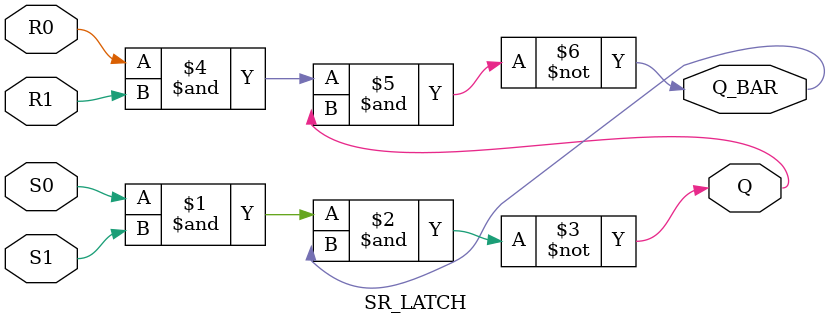
<source format=v>
/*
*   Aaron Nanas
*   ECE 526L
*   Lab 3: Hierarchical Modeling
*   Spring 2021
*   Description: Modeling a DFF using a NAND-based SR Latch
*/

`timescale 1 ns / 100 ps
`include "time_delays.v"

// Declaring module ports
module SR_LATCH (Q, Q_BAR, S0, S1, R0, R1);
	parameter DELAY_1 = 0;
	parameter DELAY_2 = 0;
	
	input S0, S1, R0, R1;
	output Q, Q_BAR;

	nand #(DELAY_1) NAND1(Q, S0, S1, Q_BAR);
	nand #(DELAY_2) NAND2(Q_BAR, R0, R1, Q);

endmodule



</source>
